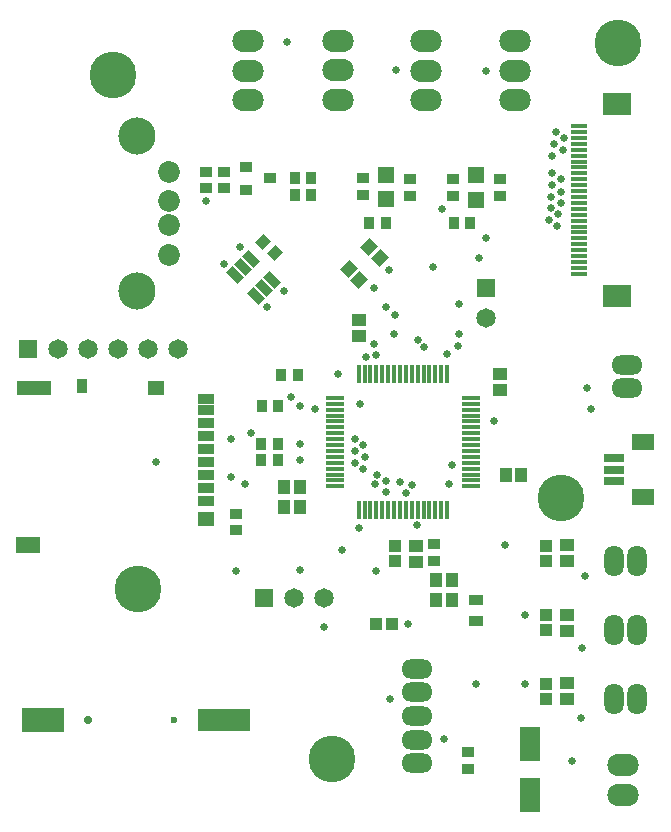
<source format=gbr>
%TF.GenerationSoftware,Altium Limited,Altium Designer,23.3.1 (30)*%
G04 Layer_Color=8388736*
%FSLAX25Y25*%
%MOIN*%
%TF.SameCoordinates,70BEFA69-D3B7-480D-BB84-950A8577B244*%
%TF.FilePolarity,Negative*%
%TF.FileFunction,Soldermask,Top*%
%TF.Part,Single*%
G01*
G75*
%TA.AperFunction,SMDPad,CuDef*%
%ADD57R,0.06890X0.11614*%
%ADD58R,0.04331X0.03937*%
%ADD59R,0.09252X0.07677*%
%ADD60R,0.05709X0.01772*%
%ADD61R,0.04134X0.03740*%
%ADD62R,0.03740X0.04134*%
G04:AMPARAMS|DCode=63|XSize=53.15mil|YSize=29.53mil|CornerRadius=0mil|HoleSize=0mil|Usage=FLASHONLY|Rotation=315.000|XOffset=0mil|YOffset=0mil|HoleType=Round|Shape=Rectangle|*
%AMROTATEDRECTD63*
4,1,4,-0.02923,0.00835,-0.00835,0.02923,0.02923,-0.00835,0.00835,-0.02923,-0.02923,0.00835,0.0*
%
%ADD63ROTATEDRECTD63*%

G04:AMPARAMS|DCode=64|XSize=41.34mil|YSize=37.4mil|CornerRadius=0mil|HoleSize=0mil|Usage=FLASHONLY|Rotation=45.000|XOffset=0mil|YOffset=0mil|HoleType=Round|Shape=Rectangle|*
%AMROTATEDRECTD64*
4,1,4,-0.00139,-0.02784,-0.02784,-0.00139,0.00139,0.02784,0.02784,0.00139,-0.00139,-0.02784,0.0*
%
%ADD64ROTATEDRECTD64*%

%TA.AperFunction,ConnectorPad*%
%ADD65R,0.05315X0.03347*%
%ADD66R,0.05315X0.04528*%
%ADD67R,0.03740X0.04528*%
%ADD68R,0.11614X0.04528*%
%ADD69R,0.08071X0.05709*%
%TA.AperFunction,SMDPad,CuDef*%
%ADD70R,0.04134X0.04528*%
%ADD71R,0.04528X0.04134*%
%ADD72R,0.04134X0.03740*%
%ADD73R,0.05039X0.03583*%
%TA.AperFunction,ConnectorPad*%
%ADD74R,0.14449X0.07953*%
%ADD75R,0.17598X0.07756*%
%TA.AperFunction,SMDPad,CuDef*%
G04:AMPARAMS|DCode=76|XSize=43.31mil|YSize=39.37mil|CornerRadius=0mil|HoleSize=0mil|Usage=FLASHONLY|Rotation=225.000|XOffset=0mil|YOffset=0mil|HoleType=Round|Shape=Rectangle|*
%AMROTATEDRECTD76*
4,1,4,0.00139,0.02923,0.02923,0.00139,-0.00139,-0.02923,-0.02923,-0.00139,0.00139,0.02923,0.0*
%
%ADD76ROTATEDRECTD76*%

%ADD77R,0.03937X0.04331*%
%TA.AperFunction,ConnectorPad*%
%ADD78R,0.06693X0.02953*%
%ADD79R,0.07677X0.05315*%
%TA.AperFunction,SMDPad,CuDef*%
%ADD80R,0.01772X0.06398*%
%ADD81R,0.06398X0.01772*%
%ADD82R,0.05315X0.05315*%
%TA.AperFunction,ComponentPad*%
%ADD83C,0.06496*%
%ADD84R,0.06496X0.06496*%
%ADD85C,0.07284*%
%ADD86C,0.12402*%
%ADD87R,0.06496X0.06496*%
%ADD88O,0.10433X0.06496*%
%ADD89C,0.02874*%
%ADD90C,0.02362*%
%ADD91O,0.06496X0.10433*%
%ADD92C,0.15591*%
%ADD93O,0.10433X0.07480*%
%TA.AperFunction,ViaPad*%
%ADD94C,0.02559*%
D57*
X503500Y201535D02*
D03*
Y218465D02*
D03*
D58*
X509000Y261500D02*
D03*
Y256382D02*
D03*
Y284618D02*
D03*
Y279500D02*
D03*
X458500Y284559D02*
D03*
Y279441D02*
D03*
X509000Y238559D02*
D03*
Y233441D02*
D03*
D59*
X532795Y431882D02*
D03*
Y367709D02*
D03*
D60*
X520000Y424402D02*
D03*
Y422433D02*
D03*
Y420465D02*
D03*
Y418496D02*
D03*
Y416528D02*
D03*
Y414559D02*
D03*
Y412591D02*
D03*
Y410622D02*
D03*
Y408653D02*
D03*
Y406685D02*
D03*
Y404716D02*
D03*
Y402748D02*
D03*
Y400779D02*
D03*
Y398811D02*
D03*
Y396843D02*
D03*
Y394874D02*
D03*
Y392905D02*
D03*
Y390937D02*
D03*
Y388968D02*
D03*
Y387000D02*
D03*
Y385032D02*
D03*
Y383063D02*
D03*
Y381095D02*
D03*
Y379126D02*
D03*
Y377157D02*
D03*
Y375189D02*
D03*
D61*
X478000Y406756D02*
D03*
Y401244D02*
D03*
X448000Y407000D02*
D03*
Y401488D02*
D03*
X395500Y403744D02*
D03*
Y409256D02*
D03*
X401500Y409256D02*
D03*
Y403744D02*
D03*
X405500Y289744D02*
D03*
Y295256D02*
D03*
X471500Y285000D02*
D03*
Y279488D02*
D03*
X483000Y210244D02*
D03*
Y215756D02*
D03*
X493500Y406756D02*
D03*
Y401244D02*
D03*
X463500Y406756D02*
D03*
Y401244D02*
D03*
D62*
X455500Y392000D02*
D03*
X449988D02*
D03*
X414000Y318500D02*
D03*
X419512D02*
D03*
Y313000D02*
D03*
X414000D02*
D03*
X483756Y392000D02*
D03*
X478244D02*
D03*
X425244Y407000D02*
D03*
X430756D02*
D03*
X425244Y401500D02*
D03*
X430756D02*
D03*
X420744Y341500D02*
D03*
X426256D02*
D03*
X414244Y331000D02*
D03*
X419756D02*
D03*
D63*
X410665Y380124D02*
D03*
X408020Y377480D02*
D03*
X405375Y374835D02*
D03*
X412335Y367876D02*
D03*
X414980Y370520D02*
D03*
X417625Y373165D02*
D03*
D64*
X414603Y385897D02*
D03*
X418500Y382000D02*
D03*
D65*
X395807Y299402D02*
D03*
Y303732D02*
D03*
Y308063D02*
D03*
Y312394D02*
D03*
Y316724D02*
D03*
Y321055D02*
D03*
Y325386D02*
D03*
Y329716D02*
D03*
Y333457D02*
D03*
D66*
Y293299D02*
D03*
X378878Y337197D02*
D03*
D67*
X354468Y337787D02*
D03*
D68*
X338327Y337197D02*
D03*
D69*
X336358Y284638D02*
D03*
D70*
X427000Y304000D02*
D03*
X421685D02*
D03*
X427000Y297500D02*
D03*
X421685D02*
D03*
X495500Y308000D02*
D03*
X500815D02*
D03*
X477500Y273000D02*
D03*
X472185D02*
D03*
X477500Y266500D02*
D03*
X472185D02*
D03*
D71*
X446500Y354500D02*
D03*
Y359815D02*
D03*
X493500Y341657D02*
D03*
Y336343D02*
D03*
X465500Y284500D02*
D03*
Y279185D02*
D03*
X516000Y238815D02*
D03*
Y233500D02*
D03*
Y261500D02*
D03*
Y256185D02*
D03*
Y284658D02*
D03*
Y279343D02*
D03*
D72*
X409063Y410740D02*
D03*
Y403260D02*
D03*
X416937Y407000D02*
D03*
D73*
X485500Y266445D02*
D03*
Y259555D02*
D03*
D74*
X341181Y226500D02*
D03*
D75*
X401653D02*
D03*
D76*
X446809Y373190D02*
D03*
X443190Y376810D02*
D03*
X453619Y380381D02*
D03*
X450000Y384000D02*
D03*
D77*
X457559Y258500D02*
D03*
X452441D02*
D03*
D78*
X531500Y306000D02*
D03*
Y309937D02*
D03*
Y313874D02*
D03*
D79*
X541441Y300882D02*
D03*
Y318992D02*
D03*
D80*
X446531Y296500D02*
D03*
X448500D02*
D03*
X450468D02*
D03*
X452437D02*
D03*
X454405Y296500D02*
D03*
X456374Y296500D02*
D03*
X458343D02*
D03*
X460311D02*
D03*
X462280D02*
D03*
X464248D02*
D03*
X466217D02*
D03*
X468185Y296500D02*
D03*
X470154Y296500D02*
D03*
X472122D02*
D03*
X474091D02*
D03*
X476059D02*
D03*
Y341681D02*
D03*
X474091D02*
D03*
X472122D02*
D03*
X470154D02*
D03*
X468185Y341681D02*
D03*
X466217Y341681D02*
D03*
X464248D02*
D03*
X462280D02*
D03*
X460311D02*
D03*
X458343D02*
D03*
X456374D02*
D03*
X454405Y341681D02*
D03*
X452437Y341681D02*
D03*
X450468D02*
D03*
X448500D02*
D03*
X446531D02*
D03*
D81*
X483886Y304327D02*
D03*
Y306295D02*
D03*
Y308264D02*
D03*
Y310232D02*
D03*
X483886Y312201D02*
D03*
X483886Y314169D02*
D03*
Y316138D02*
D03*
Y318106D02*
D03*
Y320075D02*
D03*
Y322043D02*
D03*
Y324012D02*
D03*
X483886Y325980D02*
D03*
X483886Y327949D02*
D03*
Y329917D02*
D03*
Y331886D02*
D03*
Y333854D02*
D03*
X438705D02*
D03*
Y331886D02*
D03*
Y329917D02*
D03*
Y327949D02*
D03*
X438705Y325980D02*
D03*
X438705Y324012D02*
D03*
Y322043D02*
D03*
Y320075D02*
D03*
Y318106D02*
D03*
Y316138D02*
D03*
Y314169D02*
D03*
X438705Y312201D02*
D03*
X438705Y310232D02*
D03*
Y308264D02*
D03*
Y306295D02*
D03*
Y304327D02*
D03*
D82*
X455500Y408268D02*
D03*
Y400000D02*
D03*
X485500Y408134D02*
D03*
Y399866D02*
D03*
D83*
X386200Y350000D02*
D03*
X376200D02*
D03*
X366200D02*
D03*
X356200D02*
D03*
X346200D02*
D03*
X489100Y360300D02*
D03*
X435000Y267000D02*
D03*
X425000D02*
D03*
D84*
X336200Y350000D02*
D03*
X415000Y267000D02*
D03*
D85*
X383169Y409146D02*
D03*
Y391429D02*
D03*
Y399303D02*
D03*
Y381587D02*
D03*
D86*
X372500Y421232D02*
D03*
Y369500D02*
D03*
D87*
X489100Y370300D02*
D03*
D88*
X536000Y337000D02*
D03*
Y344874D02*
D03*
X466000Y243500D02*
D03*
Y212004D02*
D03*
Y235626D02*
D03*
Y227752D02*
D03*
Y219878D02*
D03*
D89*
X356457Y226500D02*
D03*
D90*
X385000D02*
D03*
D91*
X531500Y233500D02*
D03*
X539374D02*
D03*
X531500Y279500D02*
D03*
X539374D02*
D03*
X531563Y256500D02*
D03*
X539437D02*
D03*
D92*
X514000Y300500D02*
D03*
X437500Y213600D02*
D03*
X373000Y270000D02*
D03*
X364500Y441600D02*
D03*
X533000Y452100D02*
D03*
D93*
X534500Y211500D02*
D03*
Y201500D02*
D03*
X409500Y442842D02*
D03*
Y452685D02*
D03*
Y433000D02*
D03*
X439500Y443000D02*
D03*
Y452843D02*
D03*
Y433157D02*
D03*
X469000Y442842D02*
D03*
Y452685D02*
D03*
Y433000D02*
D03*
X498500Y442842D02*
D03*
Y452685D02*
D03*
Y433000D02*
D03*
D94*
X452257Y348121D02*
D03*
X451605Y351712D02*
D03*
X449100Y347400D02*
D03*
X514800Y416500D02*
D03*
X515000Y420500D02*
D03*
X512200Y422400D02*
D03*
X511700Y418500D02*
D03*
X448500Y314100D02*
D03*
X448000Y318100D02*
D03*
X514000Y398700D02*
D03*
X514100Y402600D02*
D03*
Y406700D02*
D03*
X460400Y305700D02*
D03*
X447900Y310100D02*
D03*
X445300Y312200D02*
D03*
X452000Y305100D02*
D03*
X455800Y306200D02*
D03*
X446500Y290500D02*
D03*
X441000Y283000D02*
D03*
X435000Y257500D02*
D03*
X475000Y220000D02*
D03*
X463000Y258500D02*
D03*
X457000Y233500D02*
D03*
X466108Y291608D02*
D03*
X517676Y212676D02*
D03*
X451500Y370500D02*
D03*
X456500Y376500D02*
D03*
X471300Y377300D02*
D03*
X479900Y355200D02*
D03*
X455800Y364200D02*
D03*
X405500Y276200D02*
D03*
X379000Y312500D02*
D03*
X427000Y276500D02*
D03*
X452300Y276100D02*
D03*
X432000Y330000D02*
D03*
X427000Y331000D02*
D03*
Y318500D02*
D03*
X408500Y305000D02*
D03*
X427000Y313000D02*
D03*
X404000Y307500D02*
D03*
Y320000D02*
D03*
X410500Y322000D02*
D03*
X424000Y334000D02*
D03*
X479800Y351000D02*
D03*
X439500Y341700D02*
D03*
X474400Y396900D02*
D03*
X488978Y442788D02*
D03*
X422528Y452562D02*
D03*
X495300Y284800D02*
D03*
X501939Y261490D02*
D03*
X485600Y238600D02*
D03*
X501900D02*
D03*
X445324Y320064D02*
D03*
X489000Y387000D02*
D03*
X445200Y316100D02*
D03*
X511100Y414500D02*
D03*
X476000Y348500D02*
D03*
X447000Y331900D02*
D03*
X458500Y361500D02*
D03*
X480000Y365200D02*
D03*
X452602Y308283D02*
D03*
X510900Y408700D02*
D03*
X511000Y404700D02*
D03*
X510500Y400650D02*
D03*
Y397000D02*
D03*
X462280Y302221D02*
D03*
X455500Y302500D02*
D03*
X464374Y304874D02*
D03*
X510000Y393000D02*
D03*
X513000Y395000D02*
D03*
X477500Y311500D02*
D03*
X476500Y305000D02*
D03*
X491500Y326000D02*
D03*
X512500Y391000D02*
D03*
X458486Y355000D02*
D03*
X468200Y350700D02*
D03*
X466217Y353283D02*
D03*
X486500Y380500D02*
D03*
X395500Y399500D02*
D03*
X459000Y443000D02*
D03*
X416000Y364000D02*
D03*
X401500Y378500D02*
D03*
X421500Y369500D02*
D03*
X407000Y384000D02*
D03*
X520500Y227000D02*
D03*
X521000Y250500D02*
D03*
X522000Y274500D02*
D03*
X524000Y330000D02*
D03*
X522500Y337000D02*
D03*
%TF.MD5,1d62a1a400879eae971492b437e55f9a*%
M02*

</source>
